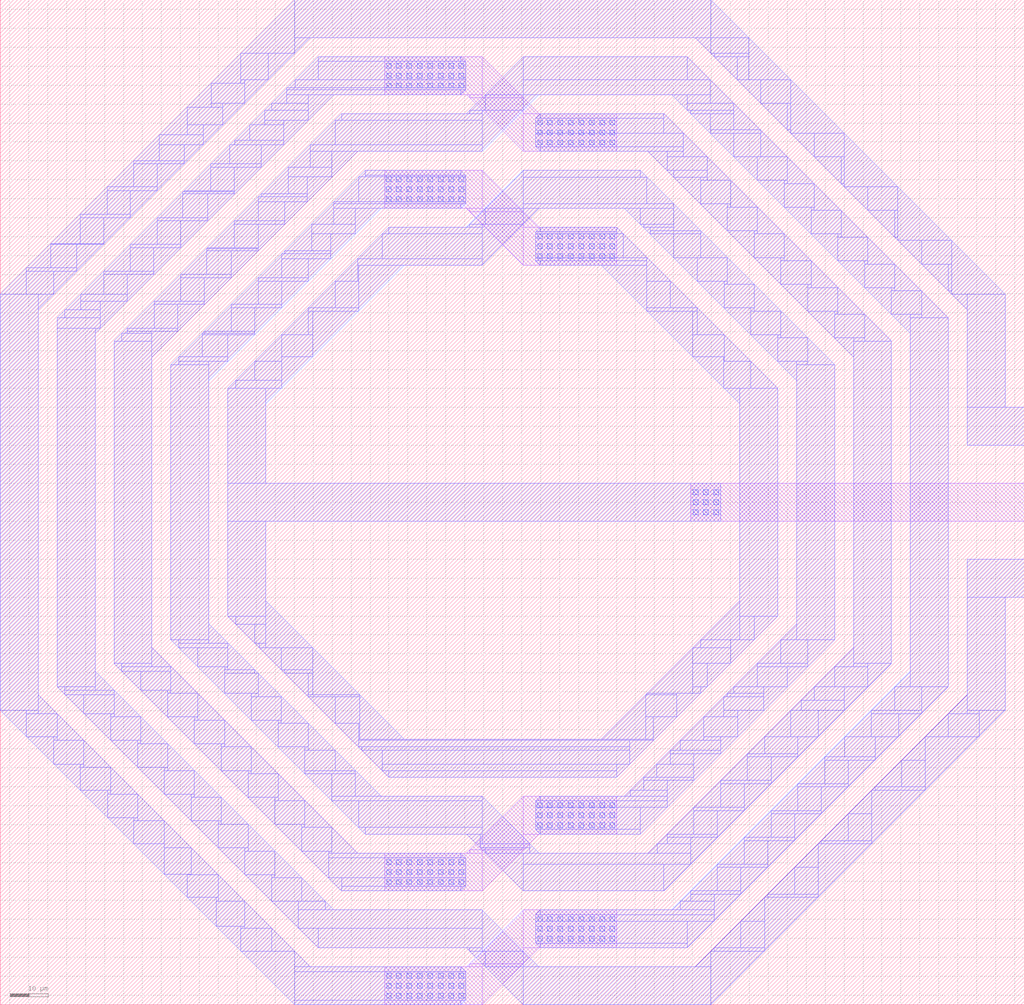
<source format=lef>
# Copyright 2020 The SkyWater PDK Authors
#
# Licensed under the Apache License, Version 2.0 (the "License");
# you may not use this file except in compliance with the License.
# You may obtain a copy of the License at
#
#     https://www.apache.org/licenses/LICENSE-2.0
#
# Unless required by applicable law or agreed to in writing, software
# distributed under the License is distributed on an "AS IS" BASIS,
# WITHOUT WARRANTIES OR CONDITIONS OF ANY KIND, either express or implied.
# See the License for the specific language governing permissions and
# limitations under the License.
#
# SPDX-License-Identifier: Apache-2.0

VERSION 5.7 ;
  NOWIREEXTENSIONATPIN ON ;
  DIVIDERCHAR "/" ;
  BUSBITCHARS "[]" ;
MACRO sky130_fd_pr__rf_test_coil2
  CLASS BLOCK ;
  FOREIGN sky130_fd_pr__rf_test_coil2 ;
  ORIGIN  132.5000  132.5000 ;
  SIZE  270.0000 BY  265.0000 ;
  OBS
    LAYER met2 ;
      POLYGON  -9.575000   77.500000  -8.725000   77.500000 -8.725000   76.650000 ;
      POLYGON  -9.575000  107.500000  -8.725000  107.500000 -8.725000  106.650000 ;
      POLYGON  -8.725000 -121.650000  -8.725000 -122.500000 -9.575000 -122.500000 ;
      POLYGON  -8.725000  -91.650000  -8.725000  -92.500000 -9.575000  -92.500000 ;
      POLYGON  -8.725000   76.650000   5.425000   76.650000  5.425000   62.500000 ;
      POLYGON  -8.725000  106.650000   5.425000  106.650000  5.425000   92.500000 ;
      POLYGON  -5.425000 -121.650000   5.425000 -121.650000 -5.425000 -132.500000 ;
      POLYGON  -5.425000  -91.650000   5.425000  -91.650000 -5.425000 -102.500000 ;
      POLYGON  -5.425000   87.500000   5.425000   76.650000 -5.425000   76.650000 ;
      POLYGON  -5.425000  117.500000   5.425000  106.650000 -5.425000  106.650000 ;
      POLYGON   5.425000 -117.500000   9.575000 -117.500000  5.425000 -121.650000 ;
      POLYGON   5.425000 -107.500000   5.425000 -121.650000 -8.725000 -121.650000 ;
      POLYGON   5.425000  -87.500000   9.575000  -87.500000  5.425000  -91.650000 ;
      POLYGON   5.425000  -77.500000   5.425000  -91.650000 -8.725000  -91.650000 ;
      POLYGON   5.425000   76.650000   9.575000   72.500000  5.425000   72.500000 ;
      POLYGON   5.425000  106.650000   9.575000  102.500000  5.425000  102.500000 ;
      RECT -31.155000 -132.500000  -5.425000 -122.500000 ;
      RECT -31.155000 -102.500000  -5.425000  -92.500000 ;
      RECT -31.155000   77.500000  -5.425000   87.500000 ;
      RECT -31.155000  107.500000  -5.425000  117.500000 ;
      RECT  -8.725000 -122.500000  -5.425000 -121.650000 ;
      RECT  -8.725000  -92.500000  -5.425000  -91.650000 ;
      RECT  -8.725000   76.650000  -5.425000   77.500000 ;
      RECT  -8.725000  106.650000  -5.425000  107.500000 ;
      RECT   5.425000 -117.500000  30.040000 -107.500000 ;
      RECT   5.425000  -87.500000  30.040000  -77.500000 ;
      RECT   5.425000   62.500000  30.040000   72.500000 ;
      RECT   5.425000   92.500000  30.040000  102.500000 ;
      RECT  49.540000   -5.000000 137.500000    5.000000 ;
    LAYER met3 ;
      POLYGON -132.500000  -54.890000 -125.590000  -54.890000 -125.590000  -61.800000 ;
      POLYGON -125.590000  -61.800000 -118.360000  -61.800000 -118.360000  -69.030000 ;
      POLYGON -125.590000   61.800000 -125.590000   54.890000 -132.500000   54.890000 ;
      POLYGON -122.500000  -50.750000 -117.500000  -55.750000 -122.500000  -55.750000 ;
      POLYGON -122.500000   54.890000 -118.360000   54.890000 -122.500000   50.750000 ;
      POLYGON -119.245000   68.145000 -119.245000   61.800000 -125.590000   61.800000 ;
      POLYGON -118.360000  -69.030000 -111.450000  -69.030000 -111.450000  -75.940000 ;
      POLYGON -118.360000   60.940000 -112.310000   60.940000 -118.360000   54.890000 ;
      POLYGON -117.500000  -55.750000 -110.430000  -62.820000 -117.500000  -62.820000 ;
      POLYGON -117.500000  -48.680000 -115.430000  -48.680000 -115.430000  -50.750000 ;
      POLYGON -115.430000  -50.750000 -110.430000  -50.750000 -110.430000  -55.750000 ;
      POLYGON -115.430000   50.750000 -115.430000   48.680000 -117.500000   48.680000 ;
      POLYGON -112.310000   68.010000 -105.240000   68.010000 -112.310000   60.940000 ;
      POLYGON -111.450000  -75.940000 -104.220000  -75.940000 -104.220000  -83.170000 ;
      POLYGON -111.450000   75.940000 -111.450000   68.145000 -119.245000   68.145000 ;
      POLYGON -111.290000   54.890000 -111.290000   50.750000 -115.430000   50.750000 ;
      POLYGON -110.430000  -62.820000 -103.360000  -69.890000 -110.430000  -69.890000 ;
      POLYGON -110.430000  -55.750000 -103.360000  -55.750000 -103.360000  -62.820000 ;
      POLYGON -107.500000  -44.540000 -102.500000  -49.540000 -107.500000  -49.540000 ;
      POLYGON -107.500000   45.940000 -106.100000   45.940000 -107.500000   44.540000 ;
      POLYGON -106.100000   53.015000  -99.025000   53.015000 -106.100000   45.940000 ;
      POLYGON -105.240000   60.940000 -105.240000   54.890000 -111.290000   54.890000 ;
      POLYGON -105.240000   75.080000  -98.170000   75.080000 -105.240000   68.010000 ;
      POLYGON -104.245000   83.145000 -104.245000   75.940000 -111.450000   75.940000 ;
      POLYGON -104.220000  -83.170000  -97.310000  -83.170000  -97.310000  -90.080000 ;
      POLYGON -103.360000  -69.890000  -96.290000  -76.960000 -103.360000  -76.960000 ;
      POLYGON -103.360000  -62.820000  -96.290000  -62.820000  -96.290000  -69.890000 ;
      POLYGON -102.500000  -49.540000  -95.435000  -56.605000 -102.500000  -56.605000 ;
      POLYGON -102.500000  -42.465000 -100.425000  -42.465000 -100.425000  -44.540000 ;
      POLYGON -100.425000  -44.540000  -95.425000  -44.540000  -95.425000  -49.540000 ;
      POLYGON -100.425000   44.540000 -100.425000   42.465000 -102.500000   42.465000 ;
      POLYGON  -99.025000   45.940000  -99.025000   44.540000 -100.425000   44.540000 ;
      POLYGON  -99.025000   60.080000  -91.960000   60.080000  -99.025000   53.015000 ;
      POLYGON  -98.170000   68.010000  -98.170000   60.940000 -105.240000   60.940000 ;
      POLYGON  -98.170000   82.150000  -91.100000   82.150000  -98.170000   75.080000 ;
      POLYGON  -97.310000  -90.080000  -89.250000  -90.080000  -89.250000  -98.140000 ;
      POLYGON  -97.310000   90.080000  -97.310000   83.145000 -104.245000   83.145000 ;
      POLYGON  -96.290000  -76.960000  -89.220000  -84.030000  -96.290000  -84.030000 ;
      POLYGON  -96.290000  -69.890000  -89.220000  -69.890000  -89.220000  -76.960000 ;
      POLYGON  -95.435000  -56.605000  -88.360000  -63.680000  -95.435000  -63.680000 ;
      POLYGON  -95.425000  -49.540000  -88.360000  -49.540000  -88.360000  -56.605000 ;
      POLYGON  -92.500000  -38.325000  -87.500000  -43.325000  -92.500000  -43.325000 ;
      POLYGON  -92.500000   45.080000  -85.745000   45.080000  -92.500000   38.325000 ;
      POLYGON  -91.960000   67.155000  -84.885000   67.155000  -91.960000   60.080000 ;
      POLYGON  -91.950000   53.015000  -91.950000   45.940000  -99.025000   45.940000 ;
      POLYGON  -91.100000   75.080000  -91.100000   68.010000  -98.170000   68.010000 ;
      POLYGON  -91.100000   89.220000  -84.030000   89.220000  -91.100000   82.150000 ;
      POLYGON  -90.535000   96.855000  -90.535000   90.080000  -97.310000   90.080000 ;
      POLYGON  -89.250000  -98.140000  -83.170000  -98.140000  -83.170000 -104.220000 ;
      POLYGON  -89.220000  -84.030000  -82.150000  -91.100000  -89.220000  -91.100000 ;
      POLYGON  -89.220000  -76.960000  -82.150000  -76.960000  -82.150000  -84.030000 ;
      POLYGON  -88.360000  -63.680000  -81.295000  -70.745000  -88.360000  -70.745000 ;
      POLYGON  -88.360000  -56.605000  -81.285000  -56.605000  -81.285000  -63.680000 ;
      POLYGON  -87.500000  -43.325000  -80.430000  -50.395000  -87.500000  -50.395000 ;
      POLYGON  -87.500000  -36.255000  -85.430000  -36.255000  -85.430000  -38.325000 ;
      POLYGON  -85.745000   52.150000  -78.675000   52.150000  -85.745000   45.080000 ;
      POLYGON  -85.430000  -38.325000  -80.430000  -38.325000  -80.430000  -43.325000 ;
      POLYGON  -85.430000   38.325000  -85.430000   36.255000  -87.500000   36.255000 ;
      POLYGON  -84.885000   60.080000  -84.885000   53.015000  -91.950000   53.015000 ;
      POLYGON  -84.885000   74.220000  -77.820000   74.220000  -84.885000   67.155000 ;
      POLYGON  -84.315000   81.865000  -84.315000   75.080000  -91.100000   75.080000 ;
      POLYGON  -84.030000   82.150000  -84.030000   81.865000  -84.315000   81.865000 ;
      POLYGON  -84.030000   94.235000  -79.015000   94.235000  -84.030000   89.220000 ;
      POLYGON  -83.170000 -104.220000  -75.530000 -104.220000  -75.530000 -111.860000 ;
      POLYGON  -83.170000  104.220000  -83.170000   96.855000  -90.535000   96.855000 ;
      POLYGON  -82.150000  -91.100000  -75.080000  -98.170000  -82.150000  -98.170000 ;
      POLYGON  -82.150000  -84.030000  -75.080000  -84.030000  -75.080000  -91.100000 ;
      POLYGON  -81.295000  -70.745000  -74.220000  -77.820000  -81.295000  -77.820000 ;
      POLYGON  -81.285000  -63.680000  -74.220000  -63.680000  -74.220000  -70.745000 ;
      POLYGON  -80.430000  -50.395000  -73.360000  -57.465000  -80.430000  -57.465000 ;
      POLYGON  -80.430000  -43.325000  -73.360000  -43.325000  -73.360000  -50.395000 ;
      POLYGON  -79.215000   44.540000  -79.215000   38.325000  -85.430000   38.325000 ;
      POLYGON  -79.015000   99.475000  -73.775000   99.475000  -79.015000   94.235000 ;
      POLYGON  -78.675000   45.080000  -78.675000   44.540000  -79.215000   44.540000 ;
      POLYGON  -78.675000   59.220000  -71.605000   59.220000  -78.675000   52.150000 ;
      POLYGON  -78.100000   66.865000  -78.100000   60.080000  -84.885000   60.080000 ;
      POLYGON  -77.820000   81.295000  -70.745000   81.295000  -77.820000   74.220000 ;
      POLYGON  -77.810000   67.155000  -77.810000   66.865000  -78.100000   66.865000 ;
      POLYGON  -77.500000  -32.115000  -72.500000  -37.115000  -77.500000  -37.115000 ;
      POLYGON  -77.500000   37.155000  -72.460000   37.155000  -77.500000   32.115000 ;
      POLYGON  -76.960000   89.220000  -76.960000   82.150000  -84.030000   82.150000 ;
      POLYGON  -76.870000  110.520000  -76.870000  104.220000  -83.170000  104.220000 ;
      POLYGON  -75.530000 -111.860000  -69.030000 -111.860000  -69.030000 -118.360000 ;
      POLYGON  -75.080000  -98.170000  -68.010000 -105.240000  -75.080000 -105.240000 ;
      POLYGON  -75.080000  -91.100000  -68.010000  -91.100000  -68.010000  -98.170000 ;
      POLYGON  -74.220000  -77.820000  -67.155000  -84.885000  -74.220000  -84.885000 ;
      POLYGON  -74.220000  -70.745000  -67.145000  -70.745000  -67.145000  -77.820000 ;
      POLYGON  -73.775000  105.240000  -68.010000  105.240000  -73.775000   99.475000 ;
      POLYGON  -73.360000  -57.465000  -66.290000  -64.535000  -73.360000  -64.535000 ;
      POLYGON  -73.360000  -50.395000  -66.290000  -50.395000  -66.290000  -57.465000 ;
      POLYGON  -72.500000  -37.115000  -65.435000  -44.180000  -72.500000  -44.180000 ;
      POLYGON  -72.500000  -30.040000  -70.425000  -30.040000  -70.425000  -32.115000 ;
      POLYGON  -72.460000   30.080000  -72.460000   30.040000  -72.500000   30.040000 ;
      POLYGON  -72.460000   44.220000  -65.395000   44.220000  -72.460000   37.155000 ;
      POLYGON  -71.945000   94.235000  -71.945000   89.220000  -76.960000   89.220000 ;
      POLYGON  -71.605000   52.150000  -71.605000   45.080000  -78.675000   45.080000 ;
      POLYGON  -71.605000   66.290000  -64.535000   66.290000  -71.605000   59.220000 ;
      POLYGON  -70.745000   74.220000  -70.745000   67.155000  -77.810000   67.155000 ;
      POLYGON  -70.745000   88.360000  -63.680000   88.360000  -70.745000   81.295000 ;
      POLYGON  -70.665000   95.515000  -70.665000   94.235000  -71.945000   94.235000 ;
      POLYGON  -70.425000  -32.115000  -65.425000  -32.115000  -65.425000  -37.115000 ;
      POLYGON  -70.425000   32.115000  -70.425000   30.080000  -72.460000   30.080000 ;
      POLYGON  -69.030000 -118.360000  -54.890000 -118.360000  -54.890000 -132.500000 ;
      POLYGON  -69.030000  118.360000  -69.030000  110.520000  -76.870000  110.520000 ;
      POLYGON  -68.010000 -105.240000  -60.940000 -112.310000  -68.010000 -112.310000 ;
      POLYGON  -68.010000  -98.170000  -60.940000  -98.170000  -60.940000 -105.240000 ;
      POLYGON  -68.010000  111.450000  -61.800000  111.450000  -68.010000  105.240000 ;
      POLYGON  -67.155000  -84.885000  -60.080000  -91.960000  -67.155000  -91.960000 ;
      POLYGON  -67.145000  -77.820000  -60.080000  -77.820000  -60.080000  -84.885000 ;
      POLYGON  -66.705000   99.475000  -66.705000   95.515000  -70.665000   95.515000 ;
      POLYGON  -66.290000  -64.535000  -59.220000  -71.605000  -66.290000  -71.605000 ;
      POLYGON  -66.290000  -57.465000  -59.220000  -57.465000  -59.220000  -64.535000 ;
      POLYGON  -65.435000  -44.180000  -64.535000  -45.080000  -65.435000  -45.080000 ;
      POLYGON  -65.425000  -37.115000  -64.215000  -37.115000  -64.215000  -38.325000 ;
      POLYGON  -65.395000   51.295000  -58.320000   51.295000  -65.395000   44.220000 ;
      POLYGON  -65.385000   37.155000  -65.385000   32.115000  -70.425000   32.115000 ;
      POLYGON  -64.535000  -45.080000  -58.360000  -51.255000  -64.535000  -51.255000 ;
      POLYGON  -64.535000   59.220000  -64.535000   52.150000  -71.605000   52.150000 ;
      POLYGON  -64.535000   73.360000  -57.465000   73.360000  -64.535000   66.290000 ;
      POLYGON  -64.440000   80.525000  -64.440000   74.220000  -70.745000   74.220000 ;
      POLYGON  -64.215000  -38.325000  -58.360000  -38.325000  -58.360000  -44.180000 ;
      POLYGON  -63.680000   94.235000  -57.805000   94.235000  -63.680000   88.360000 ;
      POLYGON  -63.670000   81.295000  -63.670000   80.525000  -64.440000   80.525000 ;
      POLYGON  -62.820000  103.360000  -62.820000   99.475000  -66.705000   99.475000 ;
      POLYGON  -62.500000  -25.900000  -50.075000  -38.325000  -62.500000  -38.325000 ;
      POLYGON  -62.500000   30.080000  -58.320000   30.080000  -62.500000   25.900000 ;
      POLYGON  -61.800000  118.360000  -54.890000  118.360000  -61.800000  111.450000 ;
      POLYGON  -60.940000 -112.310000  -54.890000 -118.360000  -60.940000 -118.360000 ;
      POLYGON  -60.940000 -105.240000  -53.870000 -105.240000  -53.870000 -112.310000 ;
      POLYGON  -60.940000  105.240000  -60.940000  103.360000  -62.820000  103.360000 ;
      POLYGON  -60.080000  -91.960000  -53.015000  -99.025000  -60.080000  -99.025000 ;
      POLYGON  -60.080000  -84.885000  -53.005000  -84.885000  -53.005000  -91.960000 ;
      POLYGON  -59.220000  -71.605000  -52.150000  -78.675000  -59.220000  -78.675000 ;
      POLYGON  -59.220000  -64.535000  -52.150000  -64.535000  -52.150000  -71.605000 ;
      POLYGON  -58.360000  -51.255000  -51.295000  -58.320000  -58.360000  -58.320000 ;
      POLYGON  -58.360000  -44.180000  -57.460000  -44.180000  -57.460000  -45.080000 ;
      POLYGON  -58.320000   38.325000  -50.075000   38.325000  -58.320000   30.080000 ;
      POLYGON  -58.320000   44.220000  -58.320000   37.155000  -65.385000   37.155000 ;
      POLYGON  -58.320000   58.320000  -51.295000   58.320000  -58.320000   51.295000 ;
      POLYGON  -58.230000   65.525000  -58.230000   59.220000  -64.535000   59.220000 ;
      POLYGON  -57.805000  100.755000  -51.285000  100.755000  -57.805000   94.235000 ;
      POLYGON  -57.465000   66.290000  -57.465000   65.525000  -58.230000   65.525000 ;
      POLYGON  -57.465000   79.245000  -51.580000   79.245000  -57.465000   73.360000 ;
      POLYGON  -57.460000  -45.080000  -51.285000  -45.080000  -51.285000  -51.255000 ;
      POLYGON  -56.940000  109.240000  -56.940000  105.240000  -60.940000  105.240000 ;
      POLYGON  -56.605000   88.360000  -56.605000   81.295000  -63.670000   81.295000 ;
      POLYGON  -54.890000 -118.360000  -50.750000 -122.500000  -54.890000 -122.500000 ;
      POLYGON  -54.890000  122.500000  -50.750000  122.500000  -54.890000  118.360000 ;
      POLYGON  -54.890000  132.500000  -54.890000  118.360000  -69.030000  118.360000 ;
      POLYGON  -54.730000  111.450000  -54.730000  109.240000  -56.940000  109.240000 ;
      POLYGON  -53.870000 -112.310000  -48.680000 -112.310000  -48.680000 -117.500000 ;
      POLYGON  -53.015000  -99.025000  -46.800000 -105.240000  -53.015000 -105.240000 ;
      POLYGON  -53.005000  -91.960000  -45.940000  -91.960000  -45.940000  -99.025000 ;
      POLYGON  -52.150000  -78.675000  -45.080000  -85.745000  -52.150000  -85.745000 ;
      POLYGON  -52.150000  -71.605000  -45.080000  -71.605000  -45.080000  -78.675000 ;
      POLYGON  -51.580000   85.765000  -45.060000   85.765000  -51.580000   79.245000 ;
      POLYGON  -51.295000  -58.320000  -44.220000  -65.395000  -51.295000  -65.395000 ;
      POLYGON  -51.295000   64.245000  -45.370000   64.245000  -51.295000   58.320000 ;
      POLYGON  -51.285000  -51.255000  -44.220000  -51.255000  -44.220000  -58.320000 ;
      POLYGON  -51.285000  107.500000  -44.540000  107.500000  -51.285000  100.755000 ;
      POLYGON  -51.245000   51.295000  -51.245000   44.220000  -58.320000   44.220000 ;
      POLYGON  -50.730000   94.235000  -50.730000   88.360000  -56.605000   88.360000 ;
      POLYGON  -50.395000   73.360000  -50.395000   66.290000  -57.465000   66.290000 ;
      POLYGON  -50.075000  -38.325000  -37.650000  -50.750000  -50.075000  -50.750000 ;
      POLYGON  -50.075000   50.395000  -38.005000   50.395000  -50.075000   38.325000 ;
      POLYGON  -48.680000  117.500000  -48.680000  111.450000  -54.730000  111.450000 ;
      POLYGON  -46.800000 -105.240000  -44.540000 -107.500000  -46.800000 -107.500000 ;
      POLYGON  -45.940000  -99.025000  -42.465000  -99.025000  -42.465000 -102.500000 ;
      POLYGON  -45.370000   70.745000  -38.870000   70.745000  -45.370000   64.245000 ;
      POLYGON  -45.080000  -85.745000  -38.325000  -92.500000  -45.080000  -92.500000 ;
      POLYGON  -45.080000  -78.675000  -38.010000  -78.675000  -38.010000  -85.745000 ;
      POLYGON  -45.060000   92.500000  -38.325000   92.500000  -45.060000   85.765000 ;
      POLYGON  -44.510000   79.245000  -44.510000   73.360000  -50.395000   73.360000 ;
      POLYGON  -44.220000  -65.395000  -38.870000  -70.745000  -44.220000  -70.745000 ;
      POLYGON  -44.220000  -58.320000  -38.005000  -58.320000  -38.005000  -64.535000 ;
      POLYGON  -44.220000   58.320000  -44.220000   51.295000  -51.245000   51.295000 ;
      POLYGON  -44.210000  100.755000  -44.210000   94.235000  -50.730000   94.235000 ;
      POLYGON  -42.465000  102.500000  -42.465000  100.755000  -44.210000  100.755000 ;
      POLYGON  -38.870000  -70.745000  -32.115000  -77.500000  -38.870000  -77.500000 ;
      POLYGON  -38.870000   77.500000  -32.115000   77.500000  -38.870000   70.745000 ;
      POLYGON  -38.295000   64.245000  -38.295000   58.320000  -44.220000   58.320000 ;
      POLYGON  -38.010000  -85.745000  -36.255000  -85.745000  -36.255000  -87.500000 ;
      POLYGON  -38.005000  -64.535000  -37.145000  -64.535000  -37.145000  -65.395000 ;
      POLYGON  -38.005000   62.500000  -25.900000   62.500000  -38.005000   50.395000 ;
      POLYGON  -37.990000   85.765000  -37.990000   79.245000  -44.510000   79.245000 ;
      POLYGON  -37.650000  -50.750000  -25.900000  -62.500000  -37.650000  -62.500000 ;
      POLYGON  -37.145000  -65.395000  -31.795000  -65.395000  -31.795000  -70.745000 ;
      POLYGON  -36.255000   87.500000  -36.255000   85.765000  -37.990000   85.765000 ;
      POLYGON  -31.795000  -70.745000  -30.040000  -70.745000  -30.040000  -72.500000 ;
      POLYGON  -31.795000   70.745000  -31.795000   64.245000  -38.295000   64.245000 ;
      POLYGON  -30.040000   72.500000  -30.040000   70.745000  -31.795000   70.745000 ;
      POLYGON  -11.010000 -131.265000   -9.775000 -131.265000  -11.010000 -132.500000 ;
      POLYGON  -11.010000 -122.500000   -9.775000 -123.735000  -11.010000 -123.735000 ;
      POLYGON  -11.010000 -101.265000   -9.775000 -101.265000  -11.010000 -102.500000 ;
      POLYGON  -11.010000  -92.500000   -9.775000  -93.735000  -11.010000  -93.735000 ;
      POLYGON  -11.010000   78.735000   -9.775000   78.735000  -11.010000   77.500000 ;
      POLYGON  -11.010000   87.500000   -9.775000   86.265000  -11.010000   86.265000 ;
      POLYGON  -11.010000  108.735000   -9.775000  108.735000  -11.010000  107.500000 ;
      POLYGON  -11.010000  117.500000   -9.775000  116.265000  -11.010000  116.265000 ;
      POLYGON   -9.575000 -117.500000   -8.715000 -117.500000   -8.715000 -118.360000 ;
      POLYGON   -9.575000  -87.500000   -5.975000  -87.500000   -5.975000  -91.100000 ;
      POLYGON   -8.725000   73.350000   -8.725000   72.500000   -9.575000   72.500000 ;
      POLYGON   -8.725000  103.350000   -8.725000  102.500000   -9.575000  102.500000 ;
      POLYGON   -8.715000 -118.360000   -4.575000 -118.360000   -4.575000 -122.500000 ;
      POLYGON   -5.975000  -91.100000   -4.575000  -91.100000   -4.575000  -92.500000 ;
      POLYGON   -5.425000 -107.500000    5.435000 -118.360000   -5.425000 -118.360000 ;
      POLYGON   -5.425000  -77.500000    7.155000  -90.080000   -5.425000  -90.080000 ;
      POLYGON   -5.425000   73.350000    5.425000   73.350000   -5.425000   62.500000 ;
      POLYGON   -5.425000  103.350000    5.425000  103.350000   -5.425000   92.500000 ;
      POLYGON   -4.575000 -122.500000    5.425000 -122.500000    5.425000 -132.500000 ;
      POLYGON   -4.575000  -92.500000    5.425000  -92.500000    5.425000 -102.500000 ;
      POLYGON   -4.575000   77.500000   -4.575000   73.350000   -8.725000   73.350000 ;
      POLYGON   -4.575000  107.500000   -4.575000  103.350000   -8.725000  103.350000 ;
      POLYGON    5.425000   77.500000    9.575000   77.500000    5.425000   73.350000 ;
      POLYGON    5.425000   87.500000    5.425000   77.500000   -4.575000   77.500000 ;
      POLYGON    5.425000  107.500000    9.575000  107.500000    5.425000  103.350000 ;
      POLYGON    5.425000  117.500000    5.425000  107.500000   -4.575000  107.500000 ;
      POLYGON    5.435000 -118.360000    9.575000 -122.500000    5.435000 -122.500000 ;
      POLYGON    7.155000  -90.080000    9.575000  -92.500000    7.155000  -92.500000 ;
      POLYGON    8.660000 -116.265000    9.895000 -116.265000    9.895000 -117.500000 ;
      POLYGON    8.660000  -86.265000    9.895000  -86.265000    9.895000  -87.500000 ;
      POLYGON    8.660000   63.735000    9.895000   63.735000    9.895000   62.500000 ;
      POLYGON    8.660000   93.735000    9.895000   93.735000    9.895000   92.500000 ;
      POLYGON    9.895000 -107.500000    9.895000 -108.735000    8.660000 -108.735000 ;
      POLYGON    9.895000  -77.500000    9.895000  -78.735000    8.660000  -78.735000 ;
      POLYGON    9.895000   72.500000    9.895000   71.265000    8.660000   71.265000 ;
      POLYGON    9.895000  102.500000    9.895000  101.265000    8.660000  101.265000 ;
      POLYGON   25.900000   62.500000   38.005000   62.500000   38.005000   50.395000 ;
      POLYGON   30.040000  -69.030000   33.510000  -69.030000   30.040000  -72.500000 ;
      POLYGON   30.040000   72.500000   31.795000   70.745000   30.040000   70.745000 ;
      POLYGON   31.795000   70.745000   38.005000   64.535000   31.795000   64.535000 ;
      POLYGON   32.115000   77.500000   36.265000   77.500000   36.265000   73.350000 ;
      POLYGON   33.510000  -62.820000   39.720000  -62.820000   33.510000  -69.030000 ;
      POLYGON   33.675000  -75.940000   33.675000  -77.500000   32.115000  -77.500000 ;
      POLYGON   36.255000  -80.430000   43.325000  -80.430000   36.255000  -87.500000 ;
      POLYGON   36.255000   87.500000   38.010000   85.745000   36.255000   85.745000 ;
      POLYGON   36.265000   73.350000   37.115000   73.350000   37.115000   72.500000 ;
      POLYGON   37.115000  -72.500000   37.115000  -75.940000   33.675000  -75.940000 ;
      POLYGON   37.115000   72.500000   38.870000   72.500000   38.870000   70.745000 ;
      POLYGON   37.650000  -50.750000   37.650000  -62.500000   25.900000  -62.500000 ;
      POLYGON   38.005000  -50.395000   38.005000  -50.750000   37.650000  -50.750000 ;
      POLYGON   38.005000   50.395000   50.075000   50.395000   50.075000   38.325000 ;
      POLYGON   38.005000   64.535000   44.220000   58.320000   38.005000   58.320000 ;
      POLYGON   38.010000   85.745000   45.080000   78.675000   38.010000   78.675000 ;
      POLYGON   38.325000   92.500000   43.325000   92.500000   43.325000   87.500000 ;
      POLYGON   38.870000   70.745000   45.080000   70.745000   45.080000   64.535000 ;
      POLYGON   39.720000  -56.605000   45.935000  -56.605000   39.720000  -62.820000 ;
      POLYGON   40.585000  -69.030000   40.585000  -72.500000   37.115000  -72.500000 ;
      POLYGON   40.745000  -90.080000   40.745000  -92.500000   38.325000  -92.500000 ;
      POLYGON   42.465000  -95.435000   49.530000  -95.435000   42.465000 -102.500000 ;
      POLYGON   42.465000  102.500000   47.655000   97.310000   42.465000   97.310000 ;
      POLYGON   43.325000  -87.500000   43.325000  -90.080000   40.745000  -90.080000 ;
      POLYGON   43.325000  -73.360000   50.395000  -73.360000   43.325000  -80.430000 ;
      POLYGON   43.325000   87.500000   45.080000   87.500000   45.080000   85.745000 ;
      POLYGON   44.180000  -65.435000   44.180000  -69.030000   40.585000  -69.030000 ;
      POLYGON   44.220000   58.320000   51.285000   51.255000   44.220000   51.255000 ;
      POLYGON   44.540000  107.500000   48.690000  107.500000   48.690000  103.350000 ;
      POLYGON   45.080000   64.535000   51.295000   64.535000   51.295000   58.320000 ;
      POLYGON   45.080000   78.675000   52.150000   71.605000   45.080000   71.605000 ;
      POLYGON   45.080000   85.745000   52.150000   85.745000   52.150000   78.675000 ;
      POLYGON   45.935000  -50.395000   52.145000  -50.395000   45.935000  -56.605000 ;
      POLYGON   46.795000  -62.820000   46.795000  -65.435000   44.180000  -65.435000 ;
      POLYGON   46.800000 -105.240000   46.800000 -107.500000   44.540000 -107.500000 ;
      POLYGON   47.655000   97.310000   53.865000   91.100000   47.655000   91.100000 ;
      POLYGON   48.680000 -110.430000   55.750000 -110.430000   48.680000 -117.500000 ;
      POLYGON   48.680000  117.500000   54.730000  111.450000   48.680000  111.450000 ;
      POLYGON   48.690000  103.350000   49.540000  103.350000   49.540000  102.500000 ;
      POLYGON   49.530000  -88.360000   56.605000  -88.360000   49.530000  -95.435000 ;
      POLYGON   49.540000 -102.500000   49.540000 -105.240000   46.800000 -105.240000 ;
      POLYGON   49.540000  102.500000   54.730000  102.500000   54.730000   97.310000 ;
      POLYGON   50.075000  -38.325000   50.075000  -50.395000   38.005000  -50.395000 ;
      POLYGON   50.075000   38.325000   58.320000   38.325000   58.320000   30.080000 ;
      POLYGON   50.395000  -80.430000   50.395000  -87.500000   43.325000  -87.500000 ;
      POLYGON   50.395000  -66.290000   57.465000  -66.290000   50.395000  -73.360000 ;
      POLYGON   50.750000  122.500000   54.890000  122.500000   54.890000  118.360000 ;
      POLYGON   51.285000   51.255000   58.360000   44.180000   51.285000   44.180000 ;
      POLYGON   51.295000   58.320000   58.360000   58.320000   58.360000   51.255000 ;
      POLYGON   52.145000  -48.680000   53.860000  -48.680000   52.145000  -50.395000 ;
      POLYGON   52.145000  -36.255000   52.145000  -38.325000   50.075000  -38.325000 ;
      POLYGON   52.150000   71.605000   59.220000   64.535000   52.150000   64.535000 ;
      POLYGON   52.150000   78.675000   59.220000   78.675000   59.220000   71.605000 ;
      POLYGON   53.010000  -56.605000   53.010000  -62.820000   46.795000  -62.820000 ;
      POLYGON   53.860000  -42.465000   60.075000  -42.465000   53.860000  -48.680000 ;
      POLYGON   53.865000   91.100000   60.080000   84.885000   53.865000   84.885000 ;
      POLYGON   54.730000   97.310000   60.940000   97.310000   60.940000   91.100000 ;
      POLYGON   54.730000  111.450000   60.940000  105.240000   54.730000  105.240000 ;
      POLYGON   54.890000 -118.360000   54.890000 -122.500000   50.750000 -122.500000 ;
      POLYGON   54.890000 -118.360000   69.030000 -118.360000   54.890000 -132.500000 ;
      POLYGON   54.890000  118.360000   55.750000  118.360000   55.750000  117.500000 ;
      POLYGON   54.890000  132.500000   64.890000  122.500000   54.890000  122.500000 ;
      POLYGON   55.750000 -117.500000   55.750000 -118.360000   54.890000 -118.360000 ;
      POLYGON   55.750000 -103.360000   62.820000 -103.360000   55.750000 -110.430000 ;
      POLYGON   55.750000  117.500000   61.800000  117.500000   61.800000  111.450000 ;
      POLYGON   56.605000  -95.435000   56.605000 -102.500000   49.540000 -102.500000 ;
      POLYGON   56.605000  -81.295000   63.670000  -81.295000   56.605000  -88.360000 ;
      POLYGON   57.465000  -73.360000   57.465000  -80.430000   50.395000  -80.430000 ;
      POLYGON   57.465000  -61.800000   61.955000  -61.800000   57.465000  -66.290000 ;
      POLYGON   58.320000  -51.295000   58.320000  -56.605000   53.010000  -56.605000 ;
      POLYGON   58.320000   30.080000   58.360000   30.080000   58.360000   30.040000 ;
      POLYGON   58.360000   30.040000   62.500000   30.040000   62.500000   25.900000 ;
      POLYGON   58.360000   44.180000   65.425000   37.115000   58.360000   37.115000 ;
      POLYGON   58.360000   51.255000   65.435000   51.255000   65.435000   44.180000 ;
      POLYGON   59.220000  -50.395000   59.220000  -51.295000   58.320000  -51.295000 ;
      POLYGON   59.220000   64.535000   66.290000   57.465000   59.220000   57.465000 ;
      POLYGON   59.220000   71.605000   66.290000   71.605000   66.290000   64.535000 ;
      POLYGON   60.075000  -36.255000   66.285000  -36.255000   60.075000  -42.465000 ;
      POLYGON   60.080000   84.885000   67.145000   77.820000   60.080000   77.820000 ;
      POLYGON   60.935000  -48.680000   60.935000  -50.395000   59.220000  -50.395000 ;
      POLYGON   60.940000   91.100000   67.155000   91.100000   67.155000   84.885000 ;
      POLYGON   60.940000  105.240000   68.010000   98.170000   60.940000   98.170000 ;
      POLYGON   61.800000  111.450000   68.010000  111.450000   68.010000  105.240000 ;
      POLYGON   61.955000  -54.890000   68.865000  -54.890000   61.955000  -61.800000 ;
      POLYGON   62.500000  -25.900000   62.500000  -36.255000   52.145000  -36.255000 ;
      POLYGON   62.820000 -110.430000   62.820000 -117.500000   55.750000 -117.500000 ;
      POLYGON   62.820000  -96.290000   69.890000  -96.290000   62.820000 -103.360000 ;
      POLYGON   63.670000  -74.220000   70.745000  -74.220000   63.670000  -81.295000 ;
      POLYGON   63.680000  -88.360000   63.680000  -95.435000   56.605000  -95.435000 ;
      POLYGON   64.535000  -66.290000   64.535000  -73.360000   57.465000  -73.360000 ;
      POLYGON   64.890000  122.500000   75.940000  111.450000   64.890000  111.450000 ;
      POLYGON   65.425000   37.115000   72.500000   30.040000   65.425000   30.040000 ;
      POLYGON   65.435000   44.180000   72.500000   44.180000   72.500000   37.115000 ;
      POLYGON   66.285000  -30.040000   72.500000  -30.040000   66.285000  -36.255000 ;
      POLYGON   66.290000   57.465000   73.360000   50.395000   66.290000   50.395000 ;
      POLYGON   66.290000   64.535000   73.360000   64.535000   73.360000   57.465000 ;
      POLYGON   67.145000   77.820000   74.220000   70.745000   67.145000   70.745000 ;
      POLYGON   67.150000  -42.465000   67.150000  -48.680000   60.935000  -48.680000 ;
      POLYGON   67.155000   84.885000   74.220000   84.885000   74.220000   77.820000 ;
      POLYGON   68.010000   98.170000   75.080000   91.100000   68.010000   91.100000 ;
      POLYGON   68.010000  105.240000   75.080000  105.240000   75.080000   98.170000 ;
      POLYGON   68.865000  -48.680000   75.075000  -48.680000   68.865000  -54.890000 ;
      POLYGON   69.025000  -61.800000   69.025000  -66.290000   64.535000  -66.290000 ;
      POLYGON   69.030000 -104.220000   69.030000 -110.430000   62.820000 -110.430000 ;
      POLYGON   69.030000 -104.220000   83.170000 -104.220000   69.030000 -118.360000 ;
      POLYGON   69.890000 -103.360000   69.890000 -104.220000   69.030000 -104.220000 ;
      POLYGON   69.890000  -89.220000   76.960000  -89.220000   69.890000  -96.290000 ;
      POLYGON   70.745000  -81.295000   70.745000  -88.360000   63.680000  -88.360000 ;
      POLYGON   70.745000  -67.155000   77.810000  -67.155000   70.745000  -74.220000 ;
      POLYGON   72.500000   37.115000   77.500000   37.115000   77.500000   32.115000 ;
      POLYGON   73.360000  -36.255000   73.360000  -42.465000   67.150000  -42.465000 ;
      POLYGON   73.360000   50.395000   80.430000   43.325000   73.360000   43.325000 ;
      POLYGON   73.360000   57.465000   80.430000   57.465000   80.430000   50.395000 ;
      POLYGON   74.220000   70.745000   81.285000   63.680000   74.220000   63.680000 ;
      POLYGON   74.220000   77.820000   81.295000   77.820000   81.295000   70.745000 ;
      POLYGON   75.075000  -43.325000   80.430000  -43.325000   75.075000  -48.680000 ;
      POLYGON   75.080000   91.100000   82.150000   84.030000   75.080000   84.030000 ;
      POLYGON   75.080000   98.170000   75.940000   98.170000   75.940000   97.310000 ;
      POLYGON   75.935000  -54.890000   75.935000  -61.800000   69.025000  -61.800000 ;
      POLYGON   75.940000   97.310000   82.150000   97.310000   82.150000   91.100000 ;
      POLYGON   75.940000  111.450000   90.080000   97.310000   75.940000   97.310000 ;
      POLYGON   76.960000  -96.290000   76.960000 -103.360000   69.890000 -103.360000 ;
      POLYGON   76.960000  -82.150000   84.030000  -82.150000   76.960000  -89.220000 ;
      POLYGON   77.500000  -32.115000   77.500000  -36.255000   73.360000  -36.255000 ;
      POLYGON   77.810000  -61.800000   83.165000  -61.800000   77.810000  -67.155000 ;
      POLYGON   77.820000  -74.220000   77.820000  -81.295000   70.745000  -81.295000 ;
      POLYGON   78.675000  -52.150000   78.675000  -54.890000   75.935000  -54.890000 ;
      POLYGON   80.430000  -36.255000   87.500000  -36.255000   80.430000  -43.325000 ;
      POLYGON   80.430000   43.325000   87.500000   36.255000   80.430000   36.255000 ;
      POLYGON   80.430000   50.395000   87.500000   50.395000   87.500000   43.325000 ;
      POLYGON   81.285000   63.680000   88.360000   56.605000   81.285000   56.605000 ;
      POLYGON   81.295000   70.745000   88.360000   70.745000   88.360000   63.680000 ;
      POLYGON   82.145000  -48.680000   82.145000  -52.150000   78.675000  -52.150000 ;
      POLYGON   82.150000   84.030000   89.220000   76.960000   82.150000   76.960000 ;
      POLYGON   82.150000   91.100000   89.220000   91.100000   89.220000   84.030000 ;
      POLYGON   83.165000  -54.890000   90.075000  -54.890000   83.165000  -61.800000 ;
      POLYGON   83.170000  -90.080000   83.170000  -96.290000   76.960000  -96.290000 ;
      POLYGON   83.170000  -90.080000   97.310000  -90.080000   83.170000 -104.220000 ;
      POLYGON   84.030000  -89.220000   84.030000  -90.080000   83.170000  -90.080000 ;
      POLYGON   84.030000  -75.080000   91.100000  -75.080000   84.030000  -82.150000 ;
      POLYGON   84.885000  -67.155000   84.885000  -74.220000   77.820000  -74.220000 ;
      POLYGON   87.500000  -43.325000   87.500000  -48.680000   82.145000  -48.680000 ;
      POLYGON   87.500000   43.325000   92.500000   43.325000   92.500000   38.325000 ;
      POLYGON   88.360000   56.605000   95.425000   49.540000   88.360000   49.540000 ;
      POLYGON   88.360000   63.680000   95.435000   63.680000   95.435000   56.605000 ;
      POLYGON   89.220000   76.960000   96.290000   69.890000   89.220000   69.890000 ;
      POLYGON   89.220000   84.030000   90.080000   84.030000   90.080000   83.170000 ;
      POLYGON   90.075000  -48.680000   96.285000  -48.680000   90.075000  -54.890000 ;
      POLYGON   90.080000   83.170000   96.290000   83.170000   96.290000   76.960000 ;
      POLYGON   90.080000   97.310000  104.220000   83.170000   90.080000   83.170000 ;
      POLYGON   90.240000  -61.800000   90.240000  -67.155000   84.885000  -67.155000 ;
      POLYGON   91.100000  -82.150000   91.100000  -89.220000   84.030000  -89.220000 ;
      POLYGON   91.100000  -68.010000   98.170000  -68.010000   91.100000  -75.080000 ;
      POLYGON   92.500000  -38.325000   92.500000  -43.325000   87.500000  -43.325000 ;
      POLYGON   95.425000   49.540000  102.500000   42.465000   95.425000   42.465000 ;
      POLYGON   95.435000   56.605000  102.500000   56.605000  102.500000   49.540000 ;
      POLYGON   96.285000  -42.465000  102.500000  -42.465000   96.285000  -48.680000 ;
      POLYGON   96.290000   69.890000  103.360000   62.820000   96.290000   62.820000 ;
      POLYGON   96.290000   76.960000  103.360000   76.960000  103.360000   69.890000 ;
      POLYGON   97.150000  -54.890000   97.150000  -61.800000   90.240000  -61.800000 ;
      POLYGON   97.310000  -75.940000   97.310000  -82.150000   91.100000  -82.150000 ;
      POLYGON   97.310000  -75.940000  111.450000  -75.940000   97.310000  -90.080000 ;
      POLYGON   98.170000  -75.080000   98.170000  -75.940000   97.310000  -75.940000 ;
      POLYGON   98.170000  -61.800000  104.380000  -61.800000   98.170000  -68.010000 ;
      POLYGON  102.500000   49.540000  107.500000   49.540000  107.500000   44.540000 ;
      POLYGON  103.360000  -48.680000  103.360000  -54.890000   97.150000  -54.890000 ;
      POLYGON  103.360000   62.820000  110.430000   55.750000  103.360000   55.750000 ;
      POLYGON  103.360000   69.890000  104.220000   69.890000  104.220000   69.030000 ;
      POLYGON  104.220000   69.030000  110.430000   69.030000  110.430000   62.820000 ;
      POLYGON  104.220000   83.170000  118.360000   69.030000  104.220000   69.030000 ;
      POLYGON  104.380000  -55.750000  110.430000  -55.750000  104.380000  -61.800000 ;
      POLYGON  105.240000  -68.010000  105.240000  -75.080000   98.170000  -75.080000 ;
      POLYGON  107.500000  -44.540000  107.500000  -48.680000  103.360000  -48.680000 ;
      POLYGON  110.430000  -48.680000  117.500000  -48.680000  110.430000  -55.750000 ;
      POLYGON  110.430000   55.750000  117.500000   48.680000  110.430000   48.680000 ;
      POLYGON  110.430000   62.820000  117.500000   62.820000  117.500000   55.750000 ;
      POLYGON  111.450000  -61.800000  111.450000  -68.010000  105.240000  -68.010000 ;
      POLYGON  111.450000  -61.800000  125.590000  -61.800000  111.450000  -75.940000 ;
      POLYGON  117.500000  -55.750000  117.500000  -61.800000  111.450000  -61.800000 ;
      POLYGON  117.500000   55.750000  118.360000   55.750000  118.360000   54.890000 ;
      POLYGON  118.360000   54.890000  122.500000   54.890000  122.500000   50.750000 ;
      POLYGON  118.360000   69.030000  132.500000   54.890000  118.360000   54.890000 ;
      POLYGON  122.500000  -50.750000  122.500000  -55.750000  117.500000  -55.750000 ;
      POLYGON  125.590000  -54.890000  132.500000  -54.890000  125.590000  -61.800000 ;
      RECT -132.500000  -54.890000 -122.500000   54.890000 ;
      RECT -125.590000  -61.800000 -117.500000  -55.750000 ;
      RECT -125.590000  -55.750000 -122.500000  -54.890000 ;
      RECT -125.590000   54.890000 -118.360000   60.940000 ;
      RECT -125.590000   60.940000 -112.310000   61.800000 ;
      RECT -119.245000   61.800000 -112.310000   68.010000 ;
      RECT -119.245000   68.010000 -105.240000   68.145000 ;
      RECT -118.360000  -69.030000 -110.430000  -62.820000 ;
      RECT -118.360000  -62.820000 -117.500000  -61.800000 ;
      RECT -117.500000  -48.680000 -107.500000   45.940000 ;
      RECT -117.500000   45.940000 -106.100000   48.680000 ;
      RECT -115.430000  -50.750000 -102.500000  -49.540000 ;
      RECT -115.430000  -49.540000 -107.500000  -48.680000 ;
      RECT -115.430000   48.680000 -106.100000   50.750000 ;
      RECT -111.450000  -75.940000 -103.360000  -69.890000 ;
      RECT -111.450000  -69.890000 -110.430000  -69.030000 ;
      RECT -111.450000   68.145000 -105.240000   75.080000 ;
      RECT -111.450000   75.080000  -98.170000   75.940000 ;
      RECT -111.290000   50.750000 -106.100000   53.015000 ;
      RECT -111.290000   53.015000  -99.025000   54.890000 ;
      RECT -110.430000  -55.750000 -102.500000  -50.750000 ;
      RECT -105.240000   54.890000  -99.025000   60.080000 ;
      RECT -105.240000   60.080000  -91.960000   60.940000 ;
      RECT -104.245000   75.940000  -98.170000   82.150000 ;
      RECT -104.245000   82.150000  -91.100000   83.145000 ;
      RECT -104.220000  -83.170000  -96.290000  -76.960000 ;
      RECT -104.220000  -76.960000 -103.360000  -75.940000 ;
      RECT -103.360000  -62.820000  -95.435000  -56.605000 ;
      RECT -103.360000  -56.605000 -102.500000  -55.750000 ;
      RECT -102.500000  -42.465000  -92.500000   42.465000 ;
      RECT -100.425000  -44.540000  -87.500000  -43.325000 ;
      RECT -100.425000  -43.325000  -92.500000  -42.465000 ;
      RECT -100.425000   42.465000  -92.500000   44.540000 ;
      RECT  -99.025000   44.540000  -92.500000   45.080000 ;
      RECT  -99.025000   45.080000  -85.745000   45.940000 ;
      RECT  -98.170000   60.940000  -91.960000   67.155000 ;
      RECT  -98.170000   67.155000  -84.885000   68.010000 ;
      RECT  -97.310000  -90.080000  -89.220000  -84.030000 ;
      RECT  -97.310000  -84.030000  -96.290000  -83.170000 ;
      RECT  -97.310000   83.145000  -91.100000   89.220000 ;
      RECT  -97.310000   89.220000  -84.030000   90.080000 ;
      RECT  -96.290000  -69.890000  -88.360000  -63.680000 ;
      RECT  -96.290000  -63.680000  -95.435000  -62.820000 ;
      RECT  -95.425000  -49.540000  -87.500000  -44.540000 ;
      RECT  -91.950000   45.940000  -85.745000   52.150000 ;
      RECT  -91.950000   52.150000  -78.675000   53.015000 ;
      RECT  -91.100000   68.010000  -84.885000   74.220000 ;
      RECT  -91.100000   74.220000  -77.820000   75.080000 ;
      RECT  -90.535000   90.080000  -84.030000   94.235000 ;
      RECT  -90.535000   94.235000  -79.015000   96.855000 ;
      RECT  -89.250000  -98.140000  -82.150000  -91.100000 ;
      RECT  -89.250000  -91.100000  -89.220000  -90.080000 ;
      RECT  -89.220000  -76.960000  -81.295000  -70.745000 ;
      RECT  -89.220000  -70.745000  -88.360000  -69.890000 ;
      RECT  -88.360000  -56.605000  -80.430000  -50.395000 ;
      RECT  -88.360000  -50.395000  -87.500000  -49.540000 ;
      RECT  -87.500000  -36.255000  -77.500000   36.255000 ;
      RECT  -85.430000  -38.325000  -72.500000  -37.115000 ;
      RECT  -85.430000  -37.115000  -77.500000  -36.255000 ;
      RECT  -85.430000   36.255000  -77.500000   37.155000 ;
      RECT  -85.430000   37.155000  -72.460000   38.325000 ;
      RECT  -84.885000   53.015000  -78.675000   59.220000 ;
      RECT  -84.885000   59.220000  -71.605000   60.080000 ;
      RECT  -84.315000   75.080000  -77.820000   81.295000 ;
      RECT  -84.315000   81.295000  -70.745000   81.865000 ;
      RECT  -84.030000   81.865000  -70.745000   82.150000 ;
      RECT  -83.170000 -104.220000  -75.080000  -98.170000 ;
      RECT  -83.170000  -98.170000  -82.150000  -98.140000 ;
      RECT  -83.170000   96.855000  -79.015000   99.475000 ;
      RECT  -83.170000   99.475000  -73.775000  104.220000 ;
      RECT  -82.150000  -84.030000  -74.220000  -77.820000 ;
      RECT  -82.150000  -77.820000  -81.295000  -76.960000 ;
      RECT  -81.285000  -63.680000  -73.360000  -57.465000 ;
      RECT  -81.285000  -57.465000  -80.430000  -56.605000 ;
      RECT  -80.430000  -43.325000  -72.500000  -38.325000 ;
      RECT  -79.215000   38.325000  -72.460000   44.220000 ;
      RECT  -79.215000   44.220000  -65.395000   44.540000 ;
      RECT  -78.675000   44.540000  -65.395000   45.080000 ;
      RECT  -78.100000   60.080000  -71.605000   66.290000 ;
      RECT  -78.100000   66.290000  -64.535000   66.865000 ;
      RECT  -77.810000   66.865000  -64.535000   67.155000 ;
      RECT  -76.960000   82.150000  -70.745000   88.360000 ;
      RECT  -76.960000   88.360000  -63.680000   89.220000 ;
      RECT  -76.870000  104.220000  -73.775000  105.240000 ;
      RECT  -76.870000  105.240000  -68.010000  110.520000 ;
      RECT  -75.530000 -111.860000  -68.010000 -105.240000 ;
      RECT  -75.530000 -105.240000  -75.080000 -104.220000 ;
      RECT  -75.080000  -91.100000  -67.155000  -84.885000 ;
      RECT  -75.080000  -84.885000  -74.220000  -84.030000 ;
      RECT  -74.220000  -70.745000  -66.290000  -64.535000 ;
      RECT  -74.220000  -64.535000  -73.360000  -63.680000 ;
      RECT  -73.360000  -50.395000  -64.535000  -45.080000 ;
      RECT  -73.360000  -45.080000  -65.435000  -44.180000 ;
      RECT  -73.360000  -44.180000  -72.500000  -43.325000 ;
      RECT  -72.500000  -30.040000  -62.500000   -5.000000 ;
      RECT  -72.500000   -5.000000   57.500000    5.000000 ;
      RECT  -72.500000    5.000000  -62.500000   30.040000 ;
      RECT  -72.460000   30.040000  -62.500000   30.080000 ;
      RECT  -71.945000   89.220000  -63.680000   94.235000 ;
      RECT  -71.605000   45.080000  -65.395000   51.295000 ;
      RECT  -71.605000   51.295000  -58.320000   52.150000 ;
      RECT  -70.745000   67.155000  -64.535000   73.360000 ;
      RECT  -70.745000   73.360000  -57.465000   74.220000 ;
      RECT  -70.665000   94.235000  -57.805000   95.515000 ;
      RECT  -70.425000  -32.115000  -62.500000  -30.040000 ;
      RECT  -70.425000   30.080000  -58.320000   32.115000 ;
      RECT  -69.030000 -118.360000  -60.940000 -112.310000 ;
      RECT  -69.030000 -112.310000  -68.010000 -111.860000 ;
      RECT  -69.030000  110.520000  -68.010000  111.450000 ;
      RECT  -69.030000  111.450000  -61.800000  118.360000 ;
      RECT  -68.010000  -98.170000  -60.080000  -91.960000 ;
      RECT  -68.010000  -91.960000  -67.155000  -91.100000 ;
      RECT  -67.145000  -77.820000  -59.220000  -71.605000 ;
      RECT  -67.145000  -71.605000  -66.290000  -70.745000 ;
      RECT  -66.705000   95.515000  -57.805000   99.475000 ;
      RECT  -66.290000  -57.465000  -58.360000  -51.255000 ;
      RECT  -66.290000  -51.255000  -64.535000  -50.395000 ;
      RECT  -65.425000  -37.115000  -62.500000  -32.115000 ;
      RECT  -65.385000   32.115000  -58.320000   37.155000 ;
      RECT  -64.535000   52.150000  -58.320000   58.320000 ;
      RECT  -64.535000   58.320000  -51.295000   59.220000 ;
      RECT  -64.440000   74.220000  -57.465000   79.245000 ;
      RECT  -64.440000   79.245000  -51.580000   80.525000 ;
      RECT  -64.215000  -38.325000  -62.500000  -37.115000 ;
      RECT  -63.670000   80.525000  -51.580000   81.295000 ;
      RECT  -62.820000   99.475000  -57.805000  100.755000 ;
      RECT  -62.820000  100.755000  -51.285000  103.360000 ;
      RECT  -60.940000 -105.240000  -53.015000  -99.025000 ;
      RECT  -60.940000  -99.025000  -60.080000  -98.170000 ;
      RECT  -60.940000  103.360000  -51.285000  105.240000 ;
      RECT  -60.080000  -84.885000  -52.150000  -78.675000 ;
      RECT  -60.080000  -78.675000  -59.220000  -77.820000 ;
      RECT  -59.220000  -64.535000  -51.295000  -58.320000 ;
      RECT  -59.220000  -58.320000  -58.360000  -57.465000 ;
      RECT  -58.360000  -44.180000  -50.075000  -38.325000 ;
      RECT  -58.320000   38.325000  -50.075000   44.220000 ;
      RECT  -58.230000   59.220000  -51.295000   64.245000 ;
      RECT  -58.230000   64.245000  -45.370000   65.525000 ;
      RECT  -57.465000   65.525000  -45.370000   66.290000 ;
      RECT  -57.460000  -45.080000  -50.075000  -44.180000 ;
      RECT  -56.940000  105.240000  -51.285000  107.500000 ;
      RECT  -56.940000  107.500000  -11.010000  108.735000 ;
      RECT  -56.940000  108.735000   -9.775000  109.240000 ;
      RECT  -56.605000   81.295000  -51.580000   85.765000 ;
      RECT  -56.605000   85.765000  -45.060000   88.360000 ;
      RECT  -54.890000 -132.500000  -11.010000 -131.265000 ;
      RECT  -54.890000 -131.265000   -9.775000 -123.735000 ;
      RECT  -54.890000 -123.735000  -11.010000 -122.500000 ;
      RECT  -54.890000  122.500000   54.890000  132.500000 ;
      RECT  -54.730000  109.240000   -9.775000  111.450000 ;
      RECT  -53.870000 -112.310000   -5.425000 -107.500000 ;
      RECT  -53.870000 -107.500000  -46.800000 -105.240000 ;
      RECT  -53.005000  -91.960000  -45.080000  -85.745000 ;
      RECT  -53.005000  -85.745000  -52.150000  -84.885000 ;
      RECT  -52.150000  -71.605000  -38.870000  -70.745000 ;
      RECT  -52.150000  -70.745000  -44.220000  -65.395000 ;
      RECT  -52.150000  -65.395000  -51.295000  -64.535000 ;
      RECT  -51.285000  -51.255000  -37.650000  -50.750000 ;
      RECT  -51.285000  -50.750000  -50.075000  -45.080000 ;
      RECT  -51.245000   44.220000  -50.075000   50.395000 ;
      RECT  -51.245000   50.395000  -38.005000   51.295000 ;
      RECT  -50.730000   88.360000  -45.060000   92.500000 ;
      RECT  -50.730000   92.500000   -5.425000   94.235000 ;
      RECT  -50.395000   66.290000  -45.370000   70.745000 ;
      RECT  -50.395000   70.745000  -38.870000   73.360000 ;
      RECT  -48.680000 -117.500000   -5.425000 -112.310000 ;
      RECT  -48.680000  111.450000   -9.775000  116.265000 ;
      RECT  -48.680000  116.265000  -11.010000  117.500000 ;
      RECT  -45.940000  -99.025000   -9.775000  -93.735000 ;
      RECT  -45.940000  -93.735000  -11.010000  -92.500000 ;
      RECT  -45.940000  -92.500000  -45.080000  -91.960000 ;
      RECT  -45.080000  -78.675000   -5.425000  -77.500000 ;
      RECT  -45.080000  -77.500000  -38.870000  -71.605000 ;
      RECT  -44.510000   73.360000  -38.870000   77.500000 ;
      RECT  -44.510000   77.500000  -11.010000   78.735000 ;
      RECT  -44.510000   78.735000   -9.775000   79.245000 ;
      RECT  -44.220000  -58.320000  -37.650000  -51.255000 ;
      RECT  -44.220000   51.295000  -38.005000   58.320000 ;
      RECT  -44.210000   94.235000   -5.425000  100.755000 ;
      RECT  -42.465000 -102.500000  -11.010000 -101.265000 ;
      RECT  -42.465000 -101.265000   -9.775000  -99.025000 ;
      RECT  -42.465000  100.755000   -5.425000  102.500000 ;
      RECT  -38.295000   58.320000  -38.005000   62.500000 ;
      RECT  -38.295000   62.500000   -5.425000   64.245000 ;
      RECT  -38.010000  -85.745000   -5.425000  -78.675000 ;
      RECT  -38.005000  -64.535000   33.510000  -62.820000 ;
      RECT  -38.005000  -62.820000   39.720000  -62.500000 ;
      RECT  -38.005000  -62.500000  -37.650000  -58.320000 ;
      RECT  -37.990000   79.245000   -9.775000   85.765000 ;
      RECT  -37.145000  -65.395000   33.510000  -64.535000 ;
      RECT  -36.255000  -87.500000   -5.425000  -85.745000 ;
      RECT  -36.255000   85.765000   -9.775000   86.265000 ;
      RECT  -36.255000   86.265000  -11.010000   87.500000 ;
      RECT  -31.795000  -70.745000   30.040000  -69.030000 ;
      RECT  -31.795000  -69.030000   33.510000  -65.395000 ;
      RECT  -31.795000   64.245000   -5.425000   70.745000 ;
      RECT  -30.040000  -72.500000   30.040000  -70.745000 ;
      RECT  -30.040000   70.745000   -5.425000   72.500000 ;
      RECT   -8.725000   72.500000   -5.425000   73.350000 ;
      RECT   -8.725000  102.500000   -5.425000  103.350000 ;
      RECT   -8.715000 -118.360000   -5.425000 -117.500000 ;
      RECT   -5.975000  -91.100000    7.155000  -90.080000 ;
      RECT   -5.975000  -90.080000   -5.425000  -87.500000 ;
      RECT   -4.575000 -122.500000    5.435000 -118.360000 ;
      RECT   -4.575000  -92.500000    7.155000  -91.100000 ;
      RECT   -4.575000   73.350000    5.425000   77.500000 ;
      RECT   -4.575000  103.350000    5.425000  107.500000 ;
      RECT    5.425000 -132.500000   54.890000 -122.500000 ;
      RECT    5.425000 -102.500000   42.465000  -95.435000 ;
      RECT    5.425000  -95.435000   49.530000  -92.500000 ;
      RECT    5.425000   77.500000   45.080000   78.675000 ;
      RECT    5.425000   78.675000   38.010000   85.745000 ;
      RECT    5.425000   85.745000   36.255000   87.500000 ;
      RECT    5.425000  107.500000   54.730000  111.450000 ;
      RECT    5.425000  111.450000   48.680000  117.500000 ;
      RECT    8.660000 -116.265000   48.680000 -110.430000 ;
      RECT    8.660000 -110.430000   55.750000 -108.735000 ;
      RECT    8.660000  -86.265000   36.255000  -80.430000 ;
      RECT    8.660000  -80.430000   43.325000  -78.735000 ;
      RECT    8.660000   63.735000   38.005000   64.535000 ;
      RECT    8.660000   64.535000   31.795000   70.745000 ;
      RECT    8.660000   70.745000   30.040000   71.265000 ;
      RECT    8.660000   93.735000   47.655000   97.310000 ;
      RECT    8.660000   97.310000   42.465000  101.265000 ;
      RECT    9.895000 -117.500000   48.680000 -116.265000 ;
      RECT    9.895000 -108.735000   55.750000 -107.500000 ;
      RECT    9.895000  -87.500000   36.255000  -86.265000 ;
      RECT    9.895000  -78.735000   43.325000  -77.500000 ;
      RECT    9.895000   62.500000   38.005000   63.735000 ;
      RECT    9.895000   71.265000   30.040000   72.500000 ;
      RECT    9.895000   92.500000   47.655000   93.735000 ;
      RECT    9.895000  101.265000   42.465000  102.500000 ;
      RECT   33.675000  -77.500000   43.325000  -75.940000 ;
      RECT   36.265000   73.350000   45.080000   77.500000 ;
      RECT   37.115000  -75.940000   43.325000  -73.360000 ;
      RECT   37.115000  -73.360000   50.395000  -72.500000 ;
      RECT   37.115000   72.500000   45.080000   73.350000 ;
      RECT   37.650000  -62.500000   39.720000  -56.605000 ;
      RECT   37.650000  -56.605000   45.935000  -50.750000 ;
      RECT   38.005000  -50.750000   45.935000  -50.395000 ;
      RECT   38.005000   50.395000   51.285000   51.255000 ;
      RECT   38.005000   51.255000   44.220000   58.320000 ;
      RECT   38.870000   70.745000   52.150000   71.605000 ;
      RECT   38.870000   71.605000   45.080000   72.500000 ;
      RECT   40.585000  -72.500000   50.395000  -69.030000 ;
      RECT   40.745000  -92.500000   49.530000  -90.080000 ;
      RECT   43.325000  -90.080000   49.530000  -88.360000 ;
      RECT   43.325000  -88.360000   56.605000  -87.500000 ;
      RECT   43.325000   87.500000   53.865000   91.100000 ;
      RECT   43.325000   91.100000   47.655000   92.500000 ;
      RECT   44.180000  -69.030000   50.395000  -66.290000 ;
      RECT   44.180000  -66.290000   57.465000  -65.435000 ;
      RECT   45.080000   64.535000   52.150000   70.745000 ;
      RECT   45.080000   85.745000   53.865000   87.500000 ;
      RECT   46.795000  -65.435000   57.465000  -62.820000 ;
      RECT   46.800000 -107.500000   55.750000 -105.240000 ;
      RECT   48.690000  103.350000   60.940000  105.240000 ;
      RECT   48.690000  105.240000   54.730000  107.500000 ;
      RECT   49.540000 -105.240000   55.750000 -103.360000 ;
      RECT   49.540000 -103.360000   62.820000 -102.500000 ;
      RECT   49.540000  102.500000   60.940000  103.350000 ;
      RECT   50.075000  -50.395000   52.145000  -48.680000 ;
      RECT   50.075000  -48.680000   53.860000  -42.465000 ;
      RECT   50.075000  -42.465000   60.075000  -38.325000 ;
      RECT   50.075000   38.325000   58.360000   44.180000 ;
      RECT   50.075000   44.180000   51.285000   50.395000 ;
      RECT   50.395000  -87.500000   56.605000  -81.295000 ;
      RECT   50.395000  -81.295000   63.670000  -80.430000 ;
      RECT   51.295000   58.320000   59.220000   64.535000 ;
      RECT   52.145000  -38.325000   60.075000  -36.255000 ;
      RECT   52.150000   78.675000   60.080000   84.885000 ;
      RECT   52.150000   84.885000   53.865000   85.745000 ;
      RECT   53.010000  -62.820000   57.465000  -61.800000 ;
      RECT   53.010000  -61.800000   61.955000  -56.605000 ;
      RECT   54.730000   97.310000   68.010000   98.170000 ;
      RECT   54.730000   98.170000   60.940000  102.500000 ;
      RECT   54.890000  118.360000   64.890000  122.500000 ;
      RECT   55.750000 -118.360000   69.030000 -117.500000 ;
      RECT   55.750000  117.500000   64.890000  118.360000 ;
      RECT   56.605000 -102.500000   62.820000  -96.290000 ;
      RECT   56.605000  -96.290000   69.890000  -95.435000 ;
      RECT   57.465000  -80.430000   63.670000  -74.220000 ;
      RECT   57.465000  -74.220000   70.745000  -73.360000 ;
      RECT   58.320000  -56.605000   61.955000  -54.890000 ;
      RECT   58.320000  -54.890000   68.865000  -51.295000 ;
      RECT   58.320000   30.080000   65.425000   37.115000 ;
      RECT   58.320000   37.115000   58.360000   38.325000 ;
      RECT   58.360000   30.040000   65.425000   30.080000 ;
      RECT   58.360000   51.255000   66.290000   57.465000 ;
      RECT   58.360000   57.465000   59.220000   58.320000 ;
      RECT   59.220000  -51.295000   68.865000  -50.395000 ;
      RECT   59.220000   71.605000   67.145000   77.820000 ;
      RECT   59.220000   77.820000   60.080000   78.675000 ;
      RECT   60.935000  -50.395000   68.865000  -48.680000 ;
      RECT   60.940000   91.100000   68.010000   97.310000 ;
      RECT   61.800000  111.450000   64.890000  117.500000 ;
      RECT   62.500000  -36.255000   66.285000  -30.040000 ;
      RECT   62.500000  -30.040000   72.500000   30.040000 ;
      RECT   62.820000 -117.500000   69.030000 -110.430000 ;
      RECT   63.680000  -95.435000   69.890000  -89.220000 ;
      RECT   63.680000  -89.220000   76.960000  -88.360000 ;
      RECT   64.535000  -73.360000   70.745000  -67.155000 ;
      RECT   64.535000  -67.155000   77.810000  -66.290000 ;
      RECT   65.435000   44.180000   73.360000   50.395000 ;
      RECT   65.435000   50.395000   66.290000   51.255000 ;
      RECT   66.290000   64.535000   74.220000   70.745000 ;
      RECT   66.290000   70.745000   67.145000   71.605000 ;
      RECT   67.150000  -48.680000   75.075000  -43.325000 ;
      RECT   67.150000  -43.325000   80.430000  -42.465000 ;
      RECT   67.155000   84.885000   75.080000   91.100000 ;
      RECT   68.010000  105.240000   75.940000  111.450000 ;
      RECT   69.025000  -66.290000   77.810000  -61.800000 ;
      RECT   69.890000 -104.220000   83.170000 -103.360000 ;
      RECT   70.745000  -88.360000   76.960000  -82.150000 ;
      RECT   70.745000  -82.150000   84.030000  -81.295000 ;
      RECT   72.500000   37.115000   80.430000   43.325000 ;
      RECT   72.500000   43.325000   73.360000   44.180000 ;
      RECT   73.360000  -42.465000   80.430000  -36.255000 ;
      RECT   73.360000   57.465000   81.285000   63.680000 ;
      RECT   73.360000   63.680000   74.220000   64.535000 ;
      RECT   74.220000   77.820000   82.150000   84.030000 ;
      RECT   74.220000   84.030000   75.080000   84.885000 ;
      RECT   75.080000   98.170000   75.940000  105.240000 ;
      RECT   75.935000  -61.800000   83.165000  -54.890000 ;
      RECT   76.960000 -103.360000   83.170000  -96.290000 ;
      RECT   77.500000  -36.255000   87.500000   36.255000 ;
      RECT   77.500000   36.255000   80.430000   37.115000 ;
      RECT   77.820000  -81.295000   84.030000  -75.080000 ;
      RECT   77.820000  -75.080000   91.100000  -74.220000 ;
      RECT   78.675000  -54.890000   90.075000  -52.150000 ;
      RECT   80.430000   50.395000   88.360000   56.605000 ;
      RECT   80.430000   56.605000   81.285000   57.465000 ;
      RECT   81.295000   70.745000   89.220000   76.960000 ;
      RECT   81.295000   76.960000   82.150000   77.820000 ;
      RECT   82.145000  -52.150000   90.075000  -48.680000 ;
      RECT   82.150000   91.100000   90.080000   97.310000 ;
      RECT   84.030000  -90.080000   97.310000  -89.220000 ;
      RECT   84.885000  -74.220000   91.100000  -68.010000 ;
      RECT   84.885000  -68.010000   98.170000  -67.155000 ;
      RECT   87.500000  -48.680000   96.285000  -43.325000 ;
      RECT   87.500000   43.325000   95.425000   49.540000 ;
      RECT   87.500000   49.540000   88.360000   50.395000 ;
      RECT   88.360000   63.680000   96.290000   69.890000 ;
      RECT   88.360000   69.890000   89.220000   70.745000 ;
      RECT   89.220000   84.030000   90.080000   91.100000 ;
      RECT   90.240000  -67.155000   98.170000  -61.800000 ;
      RECT   91.100000  -89.220000   97.310000  -82.150000 ;
      RECT   92.500000  -43.325000   96.285000  -42.465000 ;
      RECT   92.500000  -42.465000  102.500000   42.465000 ;
      RECT   92.500000   42.465000   95.425000   43.325000 ;
      RECT   95.435000   56.605000  103.360000   62.820000 ;
      RECT   95.435000   62.820000   96.290000   63.680000 ;
      RECT   96.290000   76.960000  104.220000   83.170000 ;
      RECT   97.150000  -61.800000  104.380000  -55.750000 ;
      RECT   97.150000  -55.750000  110.430000  -54.890000 ;
      RECT   98.170000  -75.940000  111.450000  -75.080000 ;
      RECT  102.500000   49.540000  110.430000   55.750000 ;
      RECT  102.500000   55.750000  103.360000   56.605000 ;
      RECT  103.360000  -54.890000  110.430000  -48.680000 ;
      RECT  103.360000   69.890000  104.220000   76.960000 ;
      RECT  105.240000  -75.080000  111.450000  -68.010000 ;
      RECT  107.500000  -48.680000  117.500000   48.680000 ;
      RECT  107.500000   48.680000  110.430000   49.540000 ;
      RECT  110.430000   62.820000  118.360000   69.030000 ;
      RECT  117.500000  -61.800000  125.590000  -55.750000 ;
      RECT  117.500000   55.750000  118.360000   62.820000 ;
      RECT  122.500000  -55.750000  125.590000  -54.890000 ;
      RECT  122.500000  -54.890000  132.500000  -25.000000 ;
      RECT  122.500000  -25.000000  137.500000  -15.000000 ;
      RECT  122.500000   15.000000  137.500000   25.000000 ;
      RECT  122.500000   25.000000  132.500000   54.890000 ;
    LAYER via2 ;
      RECT -30.655000   79.245000 -29.375000   80.525000 ;
      RECT -30.655000   81.865000 -29.375000   83.145000 ;
      RECT -30.655000   84.485000 -29.375000   85.765000 ;
      RECT -30.650000 -130.760000 -29.370000 -129.480000 ;
      RECT -30.650000 -128.140000 -29.370000 -126.860000 ;
      RECT -30.650000 -125.520000 -29.370000 -124.240000 ;
      RECT -30.650000 -100.760000 -29.370000  -99.480000 ;
      RECT -30.650000  -98.140000 -29.370000  -96.860000 ;
      RECT -30.650000  -95.520000 -29.370000  -94.240000 ;
      RECT -30.650000  109.240000 -29.370000  110.520000 ;
      RECT -30.650000  111.860000 -29.370000  113.140000 ;
      RECT -30.650000  114.480000 -29.370000  115.760000 ;
      RECT -28.035000   79.245000 -26.755000   80.525000 ;
      RECT -28.035000   81.865000 -26.755000   83.145000 ;
      RECT -28.035000   84.485000 -26.755000   85.765000 ;
      RECT -28.030000 -130.760000 -26.750000 -129.480000 ;
      RECT -28.030000 -128.140000 -26.750000 -126.860000 ;
      RECT -28.030000 -125.520000 -26.750000 -124.240000 ;
      RECT -28.030000 -100.760000 -26.750000  -99.480000 ;
      RECT -28.030000  -98.140000 -26.750000  -96.860000 ;
      RECT -28.030000  -95.520000 -26.750000  -94.240000 ;
      RECT -28.030000  109.240000 -26.750000  110.520000 ;
      RECT -28.030000  111.860000 -26.750000  113.140000 ;
      RECT -28.030000  114.480000 -26.750000  115.760000 ;
      RECT -25.265000   79.245000 -23.985000   80.525000 ;
      RECT -25.265000   81.865000 -23.985000   83.145000 ;
      RECT -25.265000   84.485000 -23.985000   85.765000 ;
      RECT -25.260000 -130.760000 -23.980000 -129.480000 ;
      RECT -25.260000 -128.140000 -23.980000 -126.860000 ;
      RECT -25.260000 -125.520000 -23.980000 -124.240000 ;
      RECT -25.260000 -100.760000 -23.980000  -99.480000 ;
      RECT -25.260000  -98.140000 -23.980000  -96.860000 ;
      RECT -25.260000  -95.520000 -23.980000  -94.240000 ;
      RECT -25.260000  109.240000 -23.980000  110.520000 ;
      RECT -25.260000  111.860000 -23.980000  113.140000 ;
      RECT -25.260000  114.480000 -23.980000  115.760000 ;
      RECT -22.495000   79.245000 -21.215000   80.525000 ;
      RECT -22.495000   81.865000 -21.215000   83.145000 ;
      RECT -22.495000   84.485000 -21.215000   85.765000 ;
      RECT -22.490000 -130.760000 -21.210000 -129.480000 ;
      RECT -22.490000 -128.140000 -21.210000 -126.860000 ;
      RECT -22.490000 -125.520000 -21.210000 -124.240000 ;
      RECT -22.490000 -100.760000 -21.210000  -99.480000 ;
      RECT -22.490000  -98.140000 -21.210000  -96.860000 ;
      RECT -22.490000  -95.520000 -21.210000  -94.240000 ;
      RECT -22.490000  109.240000 -21.210000  110.520000 ;
      RECT -22.490000  111.860000 -21.210000  113.140000 ;
      RECT -22.490000  114.480000 -21.210000  115.760000 ;
      RECT -19.725000   79.245000 -18.445000   80.525000 ;
      RECT -19.725000   81.865000 -18.445000   83.145000 ;
      RECT -19.725000   84.485000 -18.445000   85.765000 ;
      RECT -19.720000 -130.760000 -18.440000 -129.480000 ;
      RECT -19.720000 -128.140000 -18.440000 -126.860000 ;
      RECT -19.720000 -125.520000 -18.440000 -124.240000 ;
      RECT -19.720000 -100.760000 -18.440000  -99.480000 ;
      RECT -19.720000  -98.140000 -18.440000  -96.860000 ;
      RECT -19.720000  -95.520000 -18.440000  -94.240000 ;
      RECT -19.720000  109.240000 -18.440000  110.520000 ;
      RECT -19.720000  111.860000 -18.440000  113.140000 ;
      RECT -19.720000  114.480000 -18.440000  115.760000 ;
      RECT -16.955000   79.245000 -15.675000   80.525000 ;
      RECT -16.955000   81.865000 -15.675000   83.145000 ;
      RECT -16.955000   84.485000 -15.675000   85.765000 ;
      RECT -16.950000 -130.760000 -15.670000 -129.480000 ;
      RECT -16.950000 -128.140000 -15.670000 -126.860000 ;
      RECT -16.950000 -125.520000 -15.670000 -124.240000 ;
      RECT -16.950000 -100.760000 -15.670000  -99.480000 ;
      RECT -16.950000  -98.140000 -15.670000  -96.860000 ;
      RECT -16.950000  -95.520000 -15.670000  -94.240000 ;
      RECT -16.950000  109.240000 -15.670000  110.520000 ;
      RECT -16.950000  111.860000 -15.670000  113.140000 ;
      RECT -16.950000  114.480000 -15.670000  115.760000 ;
      RECT -14.185000   79.245000 -12.905000   80.525000 ;
      RECT -14.185000   81.865000 -12.905000   83.145000 ;
      RECT -14.185000   84.485000 -12.905000   85.765000 ;
      RECT -14.180000 -130.760000 -12.900000 -129.480000 ;
      RECT -14.180000 -128.140000 -12.900000 -126.860000 ;
      RECT -14.180000 -125.520000 -12.900000 -124.240000 ;
      RECT -14.180000 -100.760000 -12.900000  -99.480000 ;
      RECT -14.180000  -98.140000 -12.900000  -96.860000 ;
      RECT -14.180000  -95.520000 -12.900000  -94.240000 ;
      RECT -14.180000  109.240000 -12.900000  110.520000 ;
      RECT -14.180000  111.860000 -12.900000  113.140000 ;
      RECT -14.180000  114.480000 -12.900000  115.760000 ;
      RECT -11.565000   79.245000 -10.285000   80.525000 ;
      RECT -11.565000   81.865000 -10.285000   83.145000 ;
      RECT -11.565000   84.485000 -10.285000   85.765000 ;
      RECT -11.560000 -130.760000 -10.280000 -129.480000 ;
      RECT -11.560000 -128.140000 -10.280000 -126.860000 ;
      RECT -11.560000 -125.520000 -10.280000 -124.240000 ;
      RECT -11.560000 -100.760000 -10.280000  -99.480000 ;
      RECT -11.560000  -98.140000 -10.280000  -96.860000 ;
      RECT -11.560000  -95.520000 -10.280000  -94.240000 ;
      RECT -11.560000  109.240000 -10.280000  110.520000 ;
      RECT -11.560000  111.860000 -10.280000  113.140000 ;
      RECT -11.560000  114.480000 -10.280000  115.760000 ;
      RECT   9.160000  -85.765000  10.440000  -84.485000 ;
      RECT   9.160000  -83.145000  10.440000  -81.865000 ;
      RECT   9.160000  -80.525000  10.440000  -79.245000 ;
      RECT   9.165000 -115.760000  10.445000 -114.480000 ;
      RECT   9.165000 -113.140000  10.445000 -111.860000 ;
      RECT   9.165000 -110.520000  10.445000 -109.240000 ;
      RECT   9.165000   64.245000  10.445000   65.525000 ;
      RECT   9.165000   66.865000  10.445000   68.145000 ;
      RECT   9.165000   69.485000  10.445000   70.765000 ;
      RECT   9.165000   94.235000  10.445000   95.515000 ;
      RECT   9.165000   96.855000  10.445000   98.135000 ;
      RECT   9.165000   99.475000  10.445000  100.755000 ;
      RECT  11.780000  -85.765000  13.060000  -84.485000 ;
      RECT  11.780000  -83.145000  13.060000  -81.865000 ;
      RECT  11.780000  -80.525000  13.060000  -79.245000 ;
      RECT  11.785000 -115.760000  13.065000 -114.480000 ;
      RECT  11.785000 -113.140000  13.065000 -111.860000 ;
      RECT  11.785000 -110.520000  13.065000 -109.240000 ;
      RECT  11.785000   64.245000  13.065000   65.525000 ;
      RECT  11.785000   66.865000  13.065000   68.145000 ;
      RECT  11.785000   69.485000  13.065000   70.765000 ;
      RECT  11.785000   94.235000  13.065000   95.515000 ;
      RECT  11.785000   96.855000  13.065000   98.135000 ;
      RECT  11.785000   99.475000  13.065000  100.755000 ;
      RECT  14.550000  -85.765000  15.830000  -84.485000 ;
      RECT  14.550000  -83.145000  15.830000  -81.865000 ;
      RECT  14.550000  -80.525000  15.830000  -79.245000 ;
      RECT  14.555000 -115.760000  15.835000 -114.480000 ;
      RECT  14.555000 -113.140000  15.835000 -111.860000 ;
      RECT  14.555000 -110.520000  15.835000 -109.240000 ;
      RECT  14.555000   64.245000  15.835000   65.525000 ;
      RECT  14.555000   66.865000  15.835000   68.145000 ;
      RECT  14.555000   69.485000  15.835000   70.765000 ;
      RECT  14.555000   94.235000  15.835000   95.515000 ;
      RECT  14.555000   96.855000  15.835000   98.135000 ;
      RECT  14.555000   99.475000  15.835000  100.755000 ;
      RECT  17.320000  -85.765000  18.600000  -84.485000 ;
      RECT  17.320000  -83.145000  18.600000  -81.865000 ;
      RECT  17.320000  -80.525000  18.600000  -79.245000 ;
      RECT  17.325000 -115.760000  18.605000 -114.480000 ;
      RECT  17.325000 -113.140000  18.605000 -111.860000 ;
      RECT  17.325000 -110.520000  18.605000 -109.240000 ;
      RECT  17.325000   64.245000  18.605000   65.525000 ;
      RECT  17.325000   66.865000  18.605000   68.145000 ;
      RECT  17.325000   69.485000  18.605000   70.765000 ;
      RECT  17.325000   94.235000  18.605000   95.515000 ;
      RECT  17.325000   96.855000  18.605000   98.135000 ;
      RECT  17.325000   99.475000  18.605000  100.755000 ;
      RECT  20.090000  -85.765000  21.370000  -84.485000 ;
      RECT  20.090000  -83.145000  21.370000  -81.865000 ;
      RECT  20.090000  -80.525000  21.370000  -79.245000 ;
      RECT  20.095000 -115.760000  21.375000 -114.480000 ;
      RECT  20.095000 -113.140000  21.375000 -111.860000 ;
      RECT  20.095000 -110.520000  21.375000 -109.240000 ;
      RECT  20.095000   64.245000  21.375000   65.525000 ;
      RECT  20.095000   66.865000  21.375000   68.145000 ;
      RECT  20.095000   69.485000  21.375000   70.765000 ;
      RECT  20.095000   94.235000  21.375000   95.515000 ;
      RECT  20.095000   96.855000  21.375000   98.135000 ;
      RECT  20.095000   99.475000  21.375000  100.755000 ;
      RECT  22.860000  -85.765000  24.140000  -84.485000 ;
      RECT  22.860000  -83.145000  24.140000  -81.865000 ;
      RECT  22.860000  -80.525000  24.140000  -79.245000 ;
      RECT  22.865000 -115.760000  24.145000 -114.480000 ;
      RECT  22.865000 -113.140000  24.145000 -111.860000 ;
      RECT  22.865000 -110.520000  24.145000 -109.240000 ;
      RECT  22.865000   64.245000  24.145000   65.525000 ;
      RECT  22.865000   66.865000  24.145000   68.145000 ;
      RECT  22.865000   69.485000  24.145000   70.765000 ;
      RECT  22.865000   94.235000  24.145000   95.515000 ;
      RECT  22.865000   96.855000  24.145000   98.135000 ;
      RECT  22.865000   99.475000  24.145000  100.755000 ;
      RECT  25.630000  -85.765000  26.910000  -84.485000 ;
      RECT  25.630000  -83.145000  26.910000  -81.865000 ;
      RECT  25.630000  -80.525000  26.910000  -79.245000 ;
      RECT  25.635000 -115.760000  26.915000 -114.480000 ;
      RECT  25.635000 -113.140000  26.915000 -111.860000 ;
      RECT  25.635000 -110.520000  26.915000 -109.240000 ;
      RECT  25.635000   64.245000  26.915000   65.525000 ;
      RECT  25.635000   66.865000  26.915000   68.145000 ;
      RECT  25.635000   69.485000  26.915000   70.765000 ;
      RECT  25.635000   94.235000  26.915000   95.515000 ;
      RECT  25.635000   96.855000  26.915000   98.135000 ;
      RECT  25.635000   99.475000  26.915000  100.755000 ;
      RECT  28.250000  -85.765000  29.530000  -84.485000 ;
      RECT  28.250000  -83.145000  29.530000  -81.865000 ;
      RECT  28.250000  -80.525000  29.530000  -79.245000 ;
      RECT  28.255000 -115.760000  29.535000 -114.480000 ;
      RECT  28.255000 -113.140000  29.535000 -111.860000 ;
      RECT  28.255000 -110.520000  29.535000 -109.240000 ;
      RECT  28.255000   64.245000  29.535000   65.525000 ;
      RECT  28.255000   66.865000  29.535000   68.145000 ;
      RECT  28.255000   69.485000  29.535000   70.765000 ;
      RECT  28.255000   94.235000  29.535000   95.515000 ;
      RECT  28.255000   96.855000  29.535000   98.135000 ;
      RECT  28.255000   99.475000  29.535000  100.755000 ;
      RECT  50.260000   -3.260000  51.540000   -1.980000 ;
      RECT  50.260000   -0.640000  51.540000    0.640000 ;
      RECT  50.260000    1.980000  51.540000    3.260000 ;
      RECT  52.880000   -3.260000  54.160000   -1.980000 ;
      RECT  52.880000   -0.640000  54.160000    0.640000 ;
      RECT  52.880000    1.980000  54.160000    3.260000 ;
      RECT  55.650000   -3.260000  56.930000   -1.980000 ;
      RECT  55.650000   -0.640000  56.930000    0.640000 ;
      RECT  55.650000    1.980000  56.930000    3.260000 ;
  END
END sky130_fd_pr__rf_test_coil2
END LIBRARY

</source>
